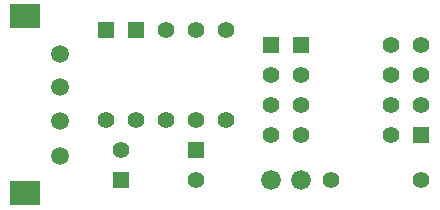
<source format=gtl>
G04 (created by PCBNEW-RS274X (2012-apr-16-27)-stable) date Friday 28 March 2014 02:30:28 PM IST*
G01*
G70*
G90*
%MOIN*%
G04 Gerber Fmt 3.4, Leading zero omitted, Abs format*
%FSLAX34Y34*%
G04 APERTURE LIST*
%ADD10C,0.006000*%
%ADD11R,0.055000X0.055000*%
%ADD12C,0.055000*%
%ADD13C,0.066000*%
%ADD14C,0.059100*%
%ADD15R,0.098400X0.078700*%
G04 APERTURE END LIST*
G54D10*
G54D11*
X62500Y-38000D03*
G54D12*
X62500Y-39000D03*
X62500Y-40000D03*
X62500Y-41000D03*
G54D11*
X67500Y-41000D03*
G54D12*
X67500Y-40000D03*
X67500Y-39000D03*
X67500Y-38000D03*
G54D11*
X63500Y-38000D03*
G54D12*
X63500Y-39000D03*
X63500Y-40000D03*
X63500Y-41000D03*
X66500Y-41000D03*
X66500Y-40000D03*
X66500Y-39000D03*
X66500Y-38000D03*
G54D11*
X57500Y-42500D03*
G54D12*
X57500Y-41500D03*
G54D11*
X60000Y-41500D03*
G54D12*
X60000Y-42500D03*
G54D11*
X57000Y-37500D03*
G54D12*
X57000Y-40500D03*
G54D11*
X58000Y-37500D03*
G54D12*
X58000Y-40500D03*
G54D13*
X63500Y-42500D03*
X62500Y-42500D03*
G54D12*
X59000Y-40500D03*
X59000Y-37500D03*
X61000Y-37500D03*
X61000Y-40500D03*
X60000Y-37500D03*
X60000Y-40500D03*
X64500Y-42500D03*
X67500Y-42500D03*
G54D14*
X55450Y-39400D03*
X55450Y-40550D03*
X55450Y-41700D03*
X55450Y-38300D03*
G54D15*
X54300Y-42950D03*
X54300Y-37050D03*
M02*

</source>
